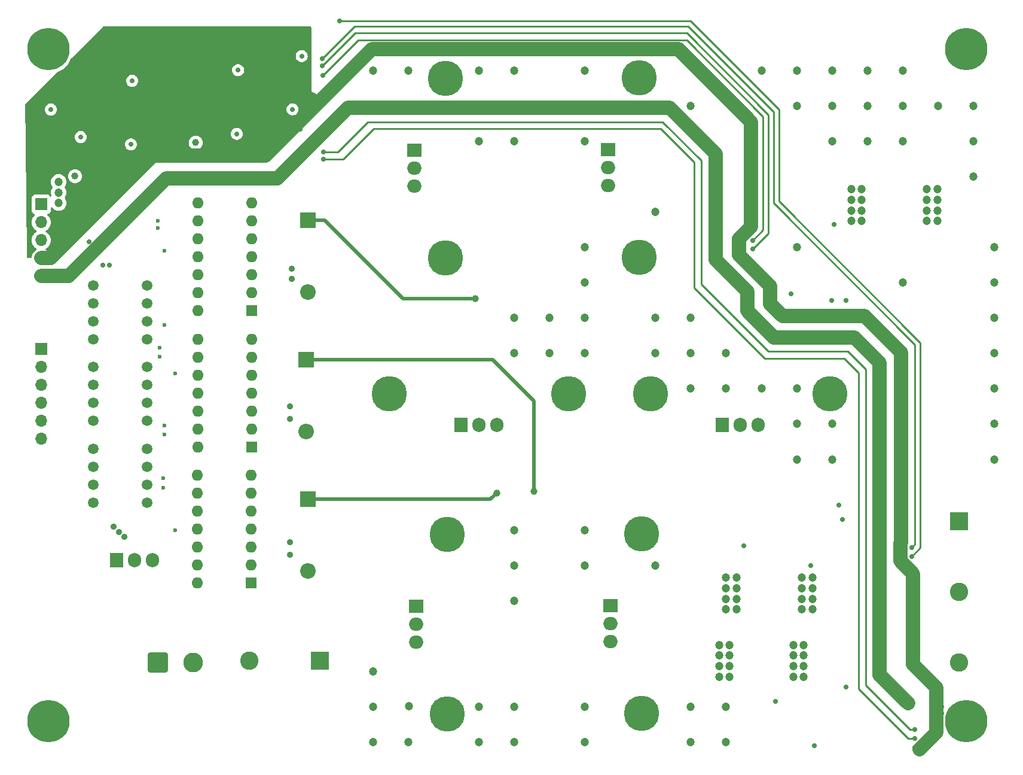
<source format=gbr>
%TF.GenerationSoftware,KiCad,Pcbnew,8.0.8*%
%TF.CreationDate,2025-03-02T15:20:04-08:00*%
%TF.ProjectId,motor_driver,6d6f746f-725f-4647-9269-7665722e6b69,rev?*%
%TF.SameCoordinates,Original*%
%TF.FileFunction,Copper,L4,Bot*%
%TF.FilePolarity,Positive*%
%FSLAX46Y46*%
G04 Gerber Fmt 4.6, Leading zero omitted, Abs format (unit mm)*
G04 Created by KiCad (PCBNEW 8.0.8) date 2025-03-02 15:20:04*
%MOMM*%
%LPD*%
G01*
G04 APERTURE LIST*
G04 Aperture macros list*
%AMRoundRect*
0 Rectangle with rounded corners*
0 $1 Rounding radius*
0 $2 $3 $4 $5 $6 $7 $8 $9 X,Y pos of 4 corners*
0 Add a 4 corners polygon primitive as box body*
4,1,4,$2,$3,$4,$5,$6,$7,$8,$9,$2,$3,0*
0 Add four circle primitives for the rounded corners*
1,1,$1+$1,$2,$3*
1,1,$1+$1,$4,$5*
1,1,$1+$1,$6,$7*
1,1,$1+$1,$8,$9*
0 Add four rect primitives between the rounded corners*
20,1,$1+$1,$2,$3,$4,$5,0*
20,1,$1+$1,$4,$5,$6,$7,0*
20,1,$1+$1,$6,$7,$8,$9,0*
20,1,$1+$1,$8,$9,$2,$3,0*%
G04 Aperture macros list end*
%TA.AperFunction,ComponentPad*%
%ADD10C,5.000000*%
%TD*%
%TA.AperFunction,ComponentPad*%
%ADD11R,2.000000X1.905000*%
%TD*%
%TA.AperFunction,ComponentPad*%
%ADD12O,2.000000X1.905000*%
%TD*%
%TA.AperFunction,ComponentPad*%
%ADD13R,1.600000X1.600000*%
%TD*%
%TA.AperFunction,ComponentPad*%
%ADD14O,1.600000X1.600000*%
%TD*%
%TA.AperFunction,ComponentPad*%
%ADD15R,1.700000X1.700000*%
%TD*%
%TA.AperFunction,ComponentPad*%
%ADD16O,1.700000X1.700000*%
%TD*%
%TA.AperFunction,ComponentPad*%
%ADD17R,2.600000X2.600000*%
%TD*%
%TA.AperFunction,ComponentPad*%
%ADD18C,2.600000*%
%TD*%
%TA.AperFunction,ComponentPad*%
%ADD19R,2.200000X2.200000*%
%TD*%
%TA.AperFunction,ComponentPad*%
%ADD20O,2.200000X2.200000*%
%TD*%
%TA.AperFunction,ComponentPad*%
%ADD21C,1.500000*%
%TD*%
%TA.AperFunction,ComponentPad*%
%ADD22R,1.905000X2.000000*%
%TD*%
%TA.AperFunction,ComponentPad*%
%ADD23O,1.905000X2.000000*%
%TD*%
%TA.AperFunction,ComponentPad*%
%ADD24RoundRect,0.250001X-1.149999X-1.149999X1.149999X-1.149999X1.149999X1.149999X-1.149999X1.149999X0*%
%TD*%
%TA.AperFunction,ComponentPad*%
%ADD25C,2.800000*%
%TD*%
%TA.AperFunction,ViaPad*%
%ADD26C,6.000000*%
%TD*%
%TA.AperFunction,ViaPad*%
%ADD27C,1.200000*%
%TD*%
%TA.AperFunction,ViaPad*%
%ADD28C,0.900000*%
%TD*%
%TA.AperFunction,ViaPad*%
%ADD29C,0.600000*%
%TD*%
%TA.AperFunction,ViaPad*%
%ADD30C,1.000000*%
%TD*%
%TA.AperFunction,ViaPad*%
%ADD31C,0.700000*%
%TD*%
%TA.AperFunction,Conductor*%
%ADD32C,0.500000*%
%TD*%
%TA.AperFunction,Conductor*%
%ADD33C,2.000000*%
%TD*%
%TA.AperFunction,Conductor*%
%ADD34C,0.250000*%
%TD*%
G04 APERTURE END LIST*
D10*
%TO.P,Q5,*%
%TO.N,*%
X135500000Y-115582500D03*
X135500000Y-140982500D03*
D11*
%TO.P,Q5,1,G*%
%TO.N,Net-(Q5-G)*%
X131100000Y-125742500D03*
D12*
%TO.P,Q5,2,D*%
%TO.N,+100V*%
X131100000Y-128282500D03*
%TO.P,Q5,3,S*%
%TO.N,Net-(Q5-S)*%
X131100000Y-130822500D03*
%TD*%
D13*
%TO.P,U18,1,LO*%
%TO.N,Net-(U18-LO)*%
X107750000Y-122500000D03*
D14*
%TO.P,U18,2,COM*%
%TO.N,GND*%
X107750000Y-119960000D03*
%TO.P,U18,3,VCC*%
%TO.N,+15V*%
X107750000Y-117420000D03*
%TO.P,U18,4,NC*%
%TO.N,unconnected-(U18-NC-Pad4)*%
X107750000Y-114880000D03*
%TO.P,U18,5,VS*%
%TO.N,Net-(Q5-S)*%
X107750000Y-112340000D03*
%TO.P,U18,6,VB*%
%TO.N,Net-(D3-K)*%
X107750000Y-109800000D03*
%TO.P,U18,7,HO*%
%TO.N,Net-(U18-HO)*%
X107750000Y-107260000D03*
%TO.P,U18,8,NC*%
%TO.N,unconnected-(U18-NC-Pad8)*%
X100130000Y-107260000D03*
%TO.P,U18,9,VDD*%
%TO.N,+5V*%
X100130000Y-109800000D03*
%TO.P,U18,10,HIN*%
%TO.N,Net-(U18-HIN)*%
X100130000Y-112340000D03*
%TO.P,U18,11,SD*%
%TO.N,GND*%
X100130000Y-114880000D03*
%TO.P,U18,12,LIN*%
%TO.N,Net-(U18-LIN)*%
X100130000Y-117420000D03*
%TO.P,U18,13,VSS*%
%TO.N,GND*%
X100130000Y-119960000D03*
%TO.P,U18,14,NC*%
%TO.N,unconnected-(U18-NC-Pad14)*%
X100130000Y-122500000D03*
%TD*%
D15*
%TO.P,J4,1,Pin_1*%
%TO.N,/HI_A*%
X78000000Y-89340000D03*
D16*
%TO.P,J4,2,Pin_2*%
%TO.N,/LO_A*%
X78000000Y-91880000D03*
%TO.P,J4,3,Pin_3*%
%TO.N,/HI_B*%
X78000000Y-94420000D03*
%TO.P,J4,4,Pin_4*%
%TO.N,/LO_B*%
X78000000Y-96960000D03*
%TO.P,J4,5,Pin_5*%
%TO.N,/HI_C*%
X78000000Y-99500000D03*
%TO.P,J4,6,Pin_6*%
%TO.N,/LO_C*%
X78000000Y-102040000D03*
%TD*%
D17*
%TO.P,J1,1,Pin_1*%
%TO.N,+100V*%
X117500000Y-133500000D03*
D18*
%TO.P,J1,2,Pin_2*%
%TO.N,GND*%
X107500000Y-133500000D03*
%TD*%
D19*
%TO.P,D1,1,K*%
%TO.N,Net-(D1-K)*%
X115750000Y-71170000D03*
D20*
%TO.P,D1,2,A*%
%TO.N,+15V*%
X115750000Y-81330000D03*
%TD*%
D21*
%TO.P,U15,1,AN*%
%TO.N,Net-(R42-Pad2)*%
X85380000Y-103500000D03*
%TO.P,U15,2,CA*%
%TO.N,MCU_GND*%
X85380000Y-106040000D03*
%TO.P,U15,3,CA*%
X85380000Y-108580000D03*
%TO.P,U15,4,AN*%
%TO.N,Net-(R45-Pad2)*%
X85380000Y-111120000D03*
%TO.P,U15,5,EM*%
%TO.N,GND*%
X93000000Y-111120000D03*
%TO.P,U15,6,COL*%
%TO.N,Net-(U18-LIN)*%
X93000000Y-108580000D03*
%TO.P,U15,7,COL*%
%TO.N,Net-(U18-HIN)*%
X93000000Y-106040000D03*
%TO.P,U15,8,EM*%
%TO.N,GND*%
X93000000Y-103500000D03*
%TD*%
D22*
%TO.P,U1,1,IN*%
%TO.N,+15V*%
X88670000Y-119250000D03*
D23*
%TO.P,U1,2,GND*%
%TO.N,GND*%
X91210000Y-119250000D03*
%TO.P,U1,3,OUT*%
%TO.N,+5V*%
X93750000Y-119250000D03*
%TD*%
D10*
%TO.P,Q4,*%
%TO.N,*%
X164332500Y-95750000D03*
X189732500Y-95750000D03*
D22*
%TO.P,Q4,1,G*%
%TO.N,Net-(Q4-G)*%
X174492500Y-100150000D03*
D23*
%TO.P,Q4,2,D*%
%TO.N,Net-(Q3-S)*%
X177032500Y-100150000D03*
%TO.P,Q4,3,S*%
%TO.N,GND*%
X179572500Y-100150000D03*
%TD*%
D19*
%TO.P,D2,1,K*%
%TO.N,Net-(D2-K)*%
X115500000Y-90920000D03*
D20*
%TO.P,D2,2,A*%
%TO.N,+15V*%
X115500000Y-101080000D03*
%TD*%
D13*
%TO.P,U5,1,LO*%
%TO.N,Net-(U5-LO)*%
X107800000Y-84000000D03*
D14*
%TO.P,U5,2,COM*%
%TO.N,GND*%
X107800000Y-81460000D03*
%TO.P,U5,3,VCC*%
%TO.N,+15V*%
X107800000Y-78920000D03*
%TO.P,U5,4,NC*%
%TO.N,unconnected-(U5-NC-Pad4)*%
X107800000Y-76380000D03*
%TO.P,U5,5,VS*%
%TO.N,Net-(Q1-S)*%
X107800000Y-73840000D03*
%TO.P,U5,6,VB*%
%TO.N,Net-(D1-K)*%
X107800000Y-71300000D03*
%TO.P,U5,7,HO*%
%TO.N,Net-(U5-HO)*%
X107800000Y-68760000D03*
%TO.P,U5,8,NC*%
%TO.N,unconnected-(U5-NC-Pad8)*%
X100180000Y-68760000D03*
%TO.P,U5,9,VDD*%
%TO.N,+5V*%
X100180000Y-71300000D03*
%TO.P,U5,10,HIN*%
%TO.N,Net-(U5-HIN)*%
X100180000Y-73840000D03*
%TO.P,U5,11,SD*%
%TO.N,GND*%
X100180000Y-76380000D03*
%TO.P,U5,12,LIN*%
%TO.N,Net-(U5-LIN)*%
X100180000Y-78920000D03*
%TO.P,U5,13,VSS*%
%TO.N,GND*%
X100180000Y-81460000D03*
%TO.P,U5,14,NC*%
%TO.N,unconnected-(U5-NC-Pad14)*%
X100180000Y-84000000D03*
%TD*%
D10*
%TO.P,Q2,*%
%TO.N,*%
X162650000Y-50992500D03*
X162650000Y-76392500D03*
D11*
%TO.P,Q2,1,G*%
%TO.N,Net-(Q2-G)*%
X158250000Y-61152500D03*
D12*
%TO.P,Q2,2,D*%
%TO.N,Net-(Q1-S)*%
X158250000Y-63692500D03*
%TO.P,Q2,3,S*%
%TO.N,GND*%
X158250000Y-66232500D03*
%TD*%
D10*
%TO.P,Q6,*%
%TO.N,*%
X163000000Y-115500000D03*
X163000000Y-140900000D03*
D11*
%TO.P,Q6,1,G*%
%TO.N,Net-(Q6-G)*%
X158600000Y-125660000D03*
D12*
%TO.P,Q6,2,D*%
%TO.N,Net-(Q5-S)*%
X158600000Y-128200000D03*
%TO.P,Q6,3,S*%
%TO.N,GND*%
X158600000Y-130740000D03*
%TD*%
D19*
%TO.P,D3,1,K*%
%TO.N,Net-(D3-K)*%
X115750000Y-110670000D03*
D20*
%TO.P,D3,2,A*%
%TO.N,+15V*%
X115750000Y-120830000D03*
%TD*%
D13*
%TO.P,U11,1,LO*%
%TO.N,Net-(U11-LO)*%
X107800000Y-103250000D03*
D14*
%TO.P,U11,2,COM*%
%TO.N,GND*%
X107800000Y-100710000D03*
%TO.P,U11,3,VCC*%
%TO.N,+15V*%
X107800000Y-98170000D03*
%TO.P,U11,4,NC*%
%TO.N,unconnected-(U11-NC-Pad4)*%
X107800000Y-95630000D03*
%TO.P,U11,5,VS*%
%TO.N,Net-(Q3-S)*%
X107800000Y-93090000D03*
%TO.P,U11,6,VB*%
%TO.N,Net-(D2-K)*%
X107800000Y-90550000D03*
%TO.P,U11,7,HO*%
%TO.N,Net-(U11-HO)*%
X107800000Y-88010000D03*
%TO.P,U11,8,NC*%
%TO.N,unconnected-(U11-NC-Pad8)*%
X100180000Y-88010000D03*
%TO.P,U11,9,VDD*%
%TO.N,+5V*%
X100180000Y-90550000D03*
%TO.P,U11,10,HIN*%
%TO.N,Net-(U11-HIN)*%
X100180000Y-93090000D03*
%TO.P,U11,11,SD*%
%TO.N,GND*%
X100180000Y-95630000D03*
%TO.P,U11,12,LIN*%
%TO.N,Net-(U11-LIN)*%
X100180000Y-98170000D03*
%TO.P,U11,13,VSS*%
%TO.N,GND*%
X100180000Y-100710000D03*
%TO.P,U11,14,NC*%
%TO.N,unconnected-(U11-NC-Pad14)*%
X100180000Y-103250000D03*
%TD*%
D10*
%TO.P,Q1,*%
%TO.N,*%
X135250000Y-51082500D03*
X135250000Y-76482500D03*
D11*
%TO.P,Q1,1,G*%
%TO.N,Net-(Q1-G)*%
X130850000Y-61242500D03*
D12*
%TO.P,Q1,2,D*%
%TO.N,+100V*%
X130850000Y-63782500D03*
%TO.P,Q1,3,S*%
%TO.N,Net-(Q1-S)*%
X130850000Y-66322500D03*
%TD*%
D24*
%TO.P,J2,1,Pin_1*%
%TO.N,+15V*%
X94500000Y-133750000D03*
D25*
%TO.P,J2,2,Pin_2*%
%TO.N,GND*%
X99500000Y-133750000D03*
%TD*%
D21*
%TO.P,U4,1,AN*%
%TO.N,Net-(R10-Pad2)*%
X85380000Y-80420000D03*
%TO.P,U4,2,CA*%
%TO.N,MCU_GND*%
X85380000Y-82960000D03*
%TO.P,U4,3,CA*%
X85380000Y-85500000D03*
%TO.P,U4,4,AN*%
%TO.N,Net-(R13-Pad2)*%
X85380000Y-88040000D03*
%TO.P,U4,5,EM*%
%TO.N,GND*%
X93000000Y-88040000D03*
%TO.P,U4,6,COL*%
%TO.N,Net-(U5-LIN)*%
X93000000Y-85500000D03*
%TO.P,U4,7,COL*%
%TO.N,Net-(U5-HIN)*%
X93000000Y-82960000D03*
%TO.P,U4,8,EM*%
%TO.N,GND*%
X93000000Y-80420000D03*
%TD*%
D10*
%TO.P,Q3,*%
%TO.N,*%
X127332500Y-95750000D03*
X152732500Y-95750000D03*
D22*
%TO.P,Q3,1,G*%
%TO.N,Net-(Q3-G)*%
X137492500Y-100150000D03*
D23*
%TO.P,Q3,2,D*%
%TO.N,+100V*%
X140032500Y-100150000D03*
%TO.P,Q3,3,S*%
%TO.N,Net-(Q3-S)*%
X142572500Y-100150000D03*
%TD*%
D21*
%TO.P,U9,1,AN*%
%TO.N,Net-(R26-Pad2)*%
X85380000Y-91880000D03*
%TO.P,U9,2,CA*%
%TO.N,MCU_GND*%
X85380000Y-94420000D03*
%TO.P,U9,3,CA*%
X85380000Y-96960000D03*
%TO.P,U9,4,AN*%
%TO.N,Net-(R29-Pad2)*%
X85380000Y-99500000D03*
%TO.P,U9,5,EM*%
%TO.N,GND*%
X93000000Y-99500000D03*
%TO.P,U9,6,COL*%
%TO.N,Net-(U11-LIN)*%
X93000000Y-96960000D03*
%TO.P,U9,7,COL*%
%TO.N,Net-(U11-HIN)*%
X93000000Y-94420000D03*
%TO.P,U9,8,EM*%
%TO.N,GND*%
X93000000Y-91880000D03*
%TD*%
D15*
%TO.P,J5,1,Pin_1*%
%TO.N,/I_A*%
X78000000Y-68920000D03*
D16*
%TO.P,J5,2,Pin_2*%
%TO.N,/I_B*%
X78000000Y-71460000D03*
%TO.P,J5,3,Pin_3*%
%TO.N,/I_C*%
X78000000Y-74000000D03*
%TO.P,J5,4,Pin_4*%
%TO.N,MCU_GND*%
X78000000Y-76540000D03*
%TO.P,J5,5,Pin_5*%
%TO.N,+3.3V*%
X78000000Y-79080000D03*
%TD*%
D17*
%TO.P,J3,1,Pin_1*%
%TO.N,/PHASE_A*%
X208000000Y-113750000D03*
D18*
%TO.P,J3,2,Pin_2*%
%TO.N,/PHASE_B*%
X208000000Y-123750000D03*
%TO.P,J3,3,Pin_3*%
%TO.N,/PHASE_C*%
X208000000Y-133750000D03*
%TD*%
D26*
%TO.N,*%
X79000000Y-142000000D03*
X209000000Y-142000000D03*
X209000000Y-47000000D03*
X79000000Y-47000000D03*
D27*
%TO.N,GND*%
X130000000Y-50000000D03*
X125000000Y-140000000D03*
X140000000Y-145000000D03*
X140000000Y-140000000D03*
X180000000Y-95000000D03*
X155000000Y-90000000D03*
X165000000Y-70000000D03*
X125000000Y-50000000D03*
X185000000Y-55000000D03*
X190000000Y-50000000D03*
X190000000Y-55000000D03*
X125000000Y-145000000D03*
X185000000Y-100000000D03*
X165000000Y-90000000D03*
X213000000Y-80000000D03*
X145000000Y-125000000D03*
X155000000Y-140000000D03*
X200000000Y-55000000D03*
X180000000Y-50000000D03*
X210000000Y-60000000D03*
X155000000Y-85000000D03*
X170000000Y-55000000D03*
X213000000Y-105000000D03*
X145000000Y-85000000D03*
D28*
X113500000Y-79500000D03*
D27*
X130055773Y-139944226D03*
D28*
X89000000Y-115250000D03*
D27*
X175000000Y-145000000D03*
X200000000Y-50000000D03*
X150000000Y-90000000D03*
X144947392Y-145000000D03*
X213000000Y-100000000D03*
X205000000Y-55000000D03*
X175000000Y-140000000D03*
X185000000Y-95000000D03*
X170000000Y-90000000D03*
X145000000Y-50000000D03*
X140000000Y-50000000D03*
X170000000Y-140000000D03*
X195000000Y-50000000D03*
X210000000Y-55000000D03*
X170000000Y-145000000D03*
X213000000Y-85000000D03*
X155000000Y-145000000D03*
X190000000Y-105000000D03*
X170000000Y-85000000D03*
X165000000Y-120000000D03*
X195000000Y-60000000D03*
D29*
X94500000Y-72250000D03*
D27*
X190000000Y-60000000D03*
X190000000Y-100000000D03*
D28*
X88250000Y-114500000D03*
D27*
X125000000Y-135000000D03*
X145000000Y-60000000D03*
D28*
X113250000Y-116750000D03*
X113250000Y-99250000D03*
X113250000Y-97500000D03*
D27*
X175000000Y-95000000D03*
D29*
X94750000Y-89250000D03*
D27*
X155000000Y-50000000D03*
D29*
X95250000Y-107675000D03*
X94500000Y-71250000D03*
D27*
X200000000Y-80000000D03*
D28*
X89750000Y-116000000D03*
D27*
X145000000Y-115000000D03*
X155000000Y-80000000D03*
D29*
X95300000Y-109000000D03*
D27*
X144996834Y-89983519D03*
X140000000Y-60000000D03*
X213000000Y-95000000D03*
X210000000Y-65000000D03*
X130000000Y-145000000D03*
X155000000Y-60000000D03*
X213000000Y-75000000D03*
X213000000Y-90000000D03*
X185000000Y-50000000D03*
X155000000Y-115000000D03*
X185000000Y-105000000D03*
X165000000Y-85000000D03*
D28*
X113250000Y-118500000D03*
D27*
X185000000Y-75000000D03*
X195000000Y-55000000D03*
D28*
X113500000Y-78000000D03*
D27*
X155000000Y-120000000D03*
X145000000Y-140000000D03*
X145000000Y-120000000D03*
X170000000Y-95000000D03*
X200000000Y-60000000D03*
X175000000Y-90000000D03*
X150000000Y-85000000D03*
X155000000Y-75000000D03*
D29*
X94750000Y-90500000D03*
%TO.N,+5V*%
X95500000Y-86000000D03*
X97000000Y-115000000D03*
X95500000Y-75500000D03*
X95500000Y-101500000D03*
X95500000Y-100250000D03*
X96970729Y-92834129D03*
D30*
%TO.N,Net-(D1-K)*%
X139500000Y-82250000D03*
D31*
%TO.N,MCU_GND*%
X86700000Y-49150000D03*
X201742088Y-145745089D03*
X109950000Y-56450000D03*
X87087500Y-61712500D03*
X84687500Y-55612500D03*
X110150000Y-47450000D03*
X176125000Y-75375000D03*
X86700000Y-77500000D03*
X205500000Y-140000000D03*
X200250000Y-110000000D03*
X85300000Y-67700000D03*
X114900000Y-50200000D03*
X96400000Y-48400000D03*
X101012500Y-47862500D03*
X86950000Y-58200000D03*
X86950000Y-57200000D03*
X87700000Y-77500000D03*
X201250000Y-120000000D03*
X114700000Y-58300000D03*
X100700000Y-48962500D03*
X80887500Y-58512500D03*
X100812500Y-56862500D03*
X96300000Y-57200000D03*
X178750000Y-72750000D03*
X100500000Y-57962500D03*
X86700000Y-48350000D03*
X86587500Y-62812500D03*
X205500000Y-140950000D03*
X176800000Y-76050000D03*
X199250000Y-110000000D03*
%TO.N,+3.3V*%
X83587500Y-59412500D03*
X114900000Y-47950000D03*
X105900000Y-49950000D03*
X90700000Y-60450000D03*
X113600000Y-55500000D03*
X105700000Y-58950000D03*
X79387500Y-55512500D03*
D27*
X80500000Y-67250000D03*
D31*
X84750000Y-74250000D03*
X197250000Y-113500000D03*
X178000000Y-81250000D03*
D27*
X80500000Y-68750000D03*
X80500000Y-65750000D03*
D31*
X200750000Y-139500000D03*
X90900000Y-51450000D03*
D27*
%TO.N,Net-(Q1-S)*%
X192700000Y-69800000D03*
X194200000Y-68300000D03*
X194200000Y-69800000D03*
X192700000Y-71300000D03*
X194200000Y-71300000D03*
X192700000Y-68300000D03*
D31*
X190250000Y-71750000D03*
X189950000Y-82550000D03*
D27*
X194200000Y-66800000D03*
X192700000Y-66800000D03*
D31*
X184200000Y-81550000D03*
X191950000Y-82550000D03*
D30*
%TO.N,Net-(D3-K)*%
X142500000Y-109750000D03*
D27*
%TO.N,Net-(Q3-S)*%
X175000000Y-124750000D03*
X176500000Y-124750000D03*
X176500000Y-121750000D03*
X175000000Y-123250000D03*
X175000000Y-126250000D03*
D31*
X191500000Y-113500000D03*
D27*
X176500000Y-126250000D03*
D31*
X177500000Y-117250000D03*
D27*
X176500000Y-123250000D03*
D31*
X187000000Y-120000000D03*
X191000000Y-111500000D03*
D27*
X175000000Y-121750000D03*
%TO.N,Net-(Q5-S)*%
X174000000Y-132750000D03*
X174000000Y-135750000D03*
D31*
X187500000Y-145500000D03*
D27*
X175500000Y-131250000D03*
X175500000Y-132750000D03*
D31*
X192000000Y-137250000D03*
D27*
X175500000Y-134250000D03*
X174000000Y-134250000D03*
X174000000Y-131250000D03*
X175500000Y-135750000D03*
D31*
X182000000Y-139250000D03*
D30*
%TO.N,Net-(D2-K)*%
X147750000Y-109500000D03*
D27*
%TO.N,/PHASE_C*%
X184500000Y-131250000D03*
X184500000Y-132750000D03*
X184500000Y-135750000D03*
X186000000Y-131250000D03*
X186000000Y-135750000D03*
X186000000Y-134250000D03*
X186000000Y-132750000D03*
X184500000Y-134250000D03*
%TO.N,/PHASE_A*%
X203450000Y-66800000D03*
X203450000Y-69800000D03*
X204950000Y-69800000D03*
X203450000Y-68300000D03*
X204950000Y-71300000D03*
X204950000Y-66800000D03*
X203450000Y-71300000D03*
X204950000Y-68300000D03*
%TO.N,/PHASE_B*%
X185750000Y-126250000D03*
X185750000Y-123250000D03*
X187250000Y-126250000D03*
X187250000Y-124750000D03*
X185750000Y-121750000D03*
X185750000Y-124750000D03*
X187250000Y-121750000D03*
X187250000Y-123250000D03*
D31*
%TO.N,Net-(U7-OUTP)*%
X117800000Y-48300000D03*
X201250000Y-117500000D03*
%TO.N,Net-(U7-OUTN)*%
X201250000Y-118750000D03*
X120250000Y-43000000D03*
%TO.N,Net-(U13-OUTP)*%
X118000000Y-61500000D03*
X201750000Y-143250000D03*
%TO.N,Net-(U13-OUTN)*%
X201750000Y-144500000D03*
D30*
X82800000Y-64950000D03*
D31*
X118000000Y-62500000D03*
%TO.N,Net-(U2-OUTP)*%
X117850000Y-49350000D03*
D30*
X99900000Y-60200000D03*
D31*
X178750000Y-75250000D03*
%TO.N,Net-(U2-OUTN)*%
X117887500Y-50662500D03*
X178748113Y-74013011D03*
%TD*%
D32*
%TO.N,Net-(D1-K)*%
X139500000Y-82250000D02*
X129250000Y-82250000D01*
X118170000Y-71170000D02*
X115750000Y-71170000D01*
X129250000Y-82250000D02*
X118170000Y-71170000D01*
D33*
%TO.N,MCU_GND*%
X168250000Y-47000000D02*
X178500000Y-57250000D01*
X178500000Y-72069092D02*
X176800000Y-73769092D01*
X176800000Y-73769092D02*
X176800000Y-76050000D01*
X176800000Y-76050000D02*
X181250000Y-80500000D01*
X204800000Y-143642032D02*
X202392032Y-146050000D01*
X109800000Y-62000000D02*
X124800000Y-47000000D01*
X199700000Y-116857968D02*
X199700000Y-119392032D01*
X201500000Y-121192032D02*
X201500000Y-134000000D01*
X78000000Y-76540000D02*
X79348730Y-76540000D01*
X199750000Y-116807968D02*
X199700000Y-116857968D01*
X199700000Y-119392032D02*
X201500000Y-121192032D01*
X178500000Y-57250000D02*
X178500000Y-72069092D01*
X204800000Y-137300000D02*
X204800000Y-143642032D01*
X93888730Y-62000000D02*
X109800000Y-62000000D01*
X181250000Y-80500000D02*
X181250000Y-83000000D01*
X201500000Y-134000000D02*
X204800000Y-137300000D01*
X124800000Y-47000000D02*
X168250000Y-47000000D01*
X79348730Y-76540000D02*
X93888730Y-62000000D01*
X183000000Y-84750000D02*
X194625000Y-84750000D01*
X199750000Y-89875000D02*
X199750000Y-116807968D01*
X181250000Y-83000000D02*
X183000000Y-84750000D01*
X194625000Y-84750000D02*
X199750000Y-89875000D01*
%TO.N,+3.3V*%
X193138730Y-87750000D02*
X196750000Y-91361270D01*
X167000000Y-55250000D02*
X121450000Y-55250000D01*
X121450000Y-55250000D02*
X111450000Y-65250000D01*
X81920000Y-79080000D02*
X78000000Y-79080000D01*
X196750000Y-135500000D02*
X200750000Y-139500000D01*
X111450000Y-65250000D02*
X95750000Y-65250000D01*
X178000000Y-84000000D02*
X181750000Y-87750000D01*
X178000000Y-81250000D02*
X173500000Y-76750000D01*
X196750000Y-113000000D02*
X196750000Y-135500000D01*
X181750000Y-87750000D02*
X193138730Y-87750000D01*
X196750000Y-91361270D02*
X196750000Y-113000000D01*
X173500000Y-76750000D02*
X173500000Y-61750000D01*
X173500000Y-61750000D02*
X167000000Y-55250000D01*
X178000000Y-81250000D02*
X178000000Y-84000000D01*
X95750000Y-65250000D02*
X81920000Y-79080000D01*
D32*
%TO.N,Net-(D3-K)*%
X115750000Y-110670000D02*
X141580000Y-110670000D01*
X141580000Y-110670000D02*
X142500000Y-109750000D01*
%TO.N,Net-(D2-K)*%
X141962803Y-90920000D02*
X147750000Y-96707197D01*
X115500000Y-90920000D02*
X141962803Y-90920000D01*
X147750000Y-96707197D02*
X147750000Y-109500000D01*
D34*
%TO.N,Net-(U7-OUTP)*%
X122350000Y-43750000D02*
X169625000Y-43750000D01*
X117800000Y-48300000D02*
X122350000Y-43750000D01*
X169625000Y-43750000D02*
X181750000Y-55875000D01*
X201750000Y-88750000D02*
X201750000Y-117000000D01*
X201750000Y-117000000D02*
X201250000Y-117500000D01*
X181750000Y-55875000D02*
X181750000Y-68750000D01*
X181750000Y-68750000D02*
X201750000Y-88750000D01*
%TO.N,Net-(U7-OUTN)*%
X182500000Y-55500000D02*
X182500000Y-68500000D01*
X170000000Y-43000000D02*
X182500000Y-55500000D01*
X182500000Y-68500000D02*
X202500000Y-88500000D01*
X202500000Y-88500000D02*
X202500000Y-117500000D01*
X120250000Y-43000000D02*
X170000000Y-43000000D01*
X202500000Y-117500000D02*
X201250000Y-118750000D01*
%TO.N,Net-(U13-OUTP)*%
X194750000Y-92250000D02*
X194750000Y-137000000D01*
X201000000Y-143250000D02*
X201750000Y-143250000D01*
X181000000Y-89750000D02*
X192250000Y-89750000D01*
X192250000Y-89750000D02*
X194750000Y-92250000D01*
X166000000Y-57250000D02*
X171500000Y-62750000D01*
X171500000Y-62750000D02*
X171500000Y-80250000D01*
X124250000Y-57250000D02*
X166000000Y-57250000D01*
X194750000Y-137000000D02*
X201000000Y-143250000D01*
X171500000Y-80250000D02*
X181000000Y-89750000D01*
X118000000Y-61500000D02*
X120000000Y-61500000D01*
X120000000Y-61500000D02*
X124250000Y-57250000D01*
%TO.N,Net-(U13-OUTN)*%
X200750000Y-144500000D02*
X201750000Y-144500000D01*
X170500000Y-80750000D02*
X180500000Y-90750000D01*
X125050000Y-58250000D02*
X165750000Y-58250000D01*
X193750000Y-92750000D02*
X193750000Y-137500000D01*
X191750000Y-90750000D02*
X193750000Y-92750000D01*
X120800000Y-62500000D02*
X125050000Y-58250000D01*
X180500000Y-90750000D02*
X191750000Y-90750000D01*
X165750000Y-58250000D02*
X170500000Y-63000000D01*
X118000000Y-62500000D02*
X120800000Y-62500000D01*
X193750000Y-137500000D02*
X200750000Y-144500000D01*
X170500000Y-63000000D02*
X170500000Y-80750000D01*
%TO.N,Net-(U2-OUTP)*%
X169450000Y-44700000D02*
X181000000Y-56250000D01*
X117850000Y-49350000D02*
X122500000Y-44700000D01*
X122500000Y-44700000D02*
X169450000Y-44700000D01*
X181000000Y-56250000D02*
X181000000Y-73000000D01*
X181000000Y-73000000D02*
X178750000Y-75250000D01*
%TO.N,Net-(U2-OUTN)*%
X180250000Y-56500000D02*
X180250000Y-72511124D01*
X122875000Y-45675000D02*
X169425000Y-45675000D01*
X169425000Y-45675000D02*
X180250000Y-56500000D01*
X180250000Y-72511124D02*
X178748113Y-74013011D01*
X117887500Y-50662500D02*
X122875000Y-45675000D01*
%TD*%
%TA.AperFunction,Conductor*%
%TO.N,MCU_GND*%
G36*
X116193039Y-43769685D02*
G01*
X116238794Y-43822489D01*
X116250000Y-43874000D01*
X116250000Y-53000000D01*
X116250001Y-53000001D01*
X117598590Y-53674295D01*
X117649749Y-53721882D01*
X117667059Y-53789574D01*
X117645024Y-53855878D01*
X117632156Y-53871526D01*
X109786536Y-61962322D01*
X109725735Y-61996746D01*
X109697516Y-62000000D01*
X93999999Y-62000000D01*
X79551624Y-76448375D01*
X79490301Y-76481860D01*
X79420609Y-76476876D01*
X79364676Y-76435004D01*
X79340415Y-76371501D01*
X79334568Y-76304680D01*
X79334568Y-76304676D01*
X79273433Y-76076516D01*
X79273429Y-76076507D01*
X79173600Y-75862422D01*
X79173599Y-75862420D01*
X79038113Y-75668926D01*
X79038108Y-75668920D01*
X78871078Y-75501890D01*
X78685405Y-75371879D01*
X78641780Y-75317302D01*
X78634588Y-75247804D01*
X78666110Y-75185449D01*
X78685406Y-75168730D01*
X78707498Y-75153261D01*
X78871401Y-75038495D01*
X79038495Y-74871401D01*
X79174035Y-74677830D01*
X79273903Y-74463663D01*
X79335063Y-74235408D01*
X79355659Y-74000000D01*
X79335063Y-73764592D01*
X79273903Y-73536337D01*
X79174035Y-73322171D01*
X79038495Y-73128599D01*
X79038494Y-73128597D01*
X78871402Y-72961506D01*
X78871396Y-72961501D01*
X78685842Y-72831575D01*
X78642217Y-72776998D01*
X78635023Y-72707500D01*
X78666546Y-72645145D01*
X78685842Y-72628425D01*
X78851641Y-72512331D01*
X78871401Y-72498495D01*
X79038495Y-72331401D01*
X79174035Y-72137830D01*
X79273903Y-71923663D01*
X79335063Y-71695408D01*
X79355659Y-71460000D01*
X79335063Y-71224592D01*
X79273903Y-70996337D01*
X79174035Y-70782171D01*
X79038495Y-70588599D01*
X78916567Y-70466671D01*
X78883084Y-70405351D01*
X78888068Y-70335659D01*
X78929939Y-70279725D01*
X78960915Y-70262810D01*
X79092331Y-70213796D01*
X79207546Y-70127546D01*
X79293796Y-70012331D01*
X79344091Y-69877483D01*
X79350500Y-69817873D01*
X79350499Y-69423927D01*
X79370183Y-69356891D01*
X79422987Y-69311136D01*
X79492146Y-69301192D01*
X79555701Y-69330217D01*
X79573453Y-69349203D01*
X79683237Y-69494581D01*
X79833958Y-69631980D01*
X79833960Y-69631982D01*
X79933141Y-69693392D01*
X80007363Y-69739348D01*
X80197544Y-69813024D01*
X80398024Y-69850500D01*
X80398026Y-69850500D01*
X80601974Y-69850500D01*
X80601976Y-69850500D01*
X80802456Y-69813024D01*
X80992637Y-69739348D01*
X81166041Y-69631981D01*
X81316764Y-69494579D01*
X81439673Y-69331821D01*
X81530582Y-69149250D01*
X81586397Y-68953083D01*
X81605215Y-68750000D01*
X81586397Y-68546917D01*
X81530582Y-68350750D01*
X81439673Y-68168179D01*
X81369100Y-68074725D01*
X81344409Y-68009366D01*
X81358974Y-67941031D01*
X81369101Y-67925273D01*
X81372433Y-67920861D01*
X81439673Y-67831821D01*
X81530582Y-67649250D01*
X81586397Y-67453083D01*
X81605215Y-67250000D01*
X81586397Y-67046917D01*
X81530582Y-66850750D01*
X81439673Y-66668179D01*
X81369100Y-66574725D01*
X81344409Y-66509366D01*
X81358974Y-66441031D01*
X81369098Y-66425276D01*
X81439673Y-66331821D01*
X81530582Y-66149250D01*
X81586397Y-65953083D01*
X81605215Y-65750000D01*
X81586397Y-65546917D01*
X81530582Y-65350750D01*
X81439673Y-65168179D01*
X81316764Y-65005421D01*
X81316762Y-65005418D01*
X81255971Y-64950000D01*
X81794659Y-64950000D01*
X81813975Y-65146129D01*
X81871188Y-65334733D01*
X81964086Y-65508532D01*
X81964090Y-65508539D01*
X82089116Y-65660883D01*
X82241460Y-65785909D01*
X82241467Y-65785913D01*
X82415266Y-65878811D01*
X82415269Y-65878811D01*
X82415273Y-65878814D01*
X82603868Y-65936024D01*
X82800000Y-65955341D01*
X82996132Y-65936024D01*
X83184727Y-65878814D01*
X83358538Y-65785910D01*
X83510883Y-65660883D01*
X83635910Y-65508538D01*
X83682362Y-65421632D01*
X83728811Y-65334733D01*
X83728811Y-65334732D01*
X83728814Y-65334727D01*
X83786024Y-65146132D01*
X83805341Y-64950000D01*
X83786024Y-64753868D01*
X83728814Y-64565273D01*
X83728811Y-64565269D01*
X83728811Y-64565266D01*
X83635913Y-64391467D01*
X83635909Y-64391460D01*
X83510883Y-64239116D01*
X83358539Y-64114090D01*
X83358532Y-64114086D01*
X83184733Y-64021188D01*
X83184727Y-64021186D01*
X82996132Y-63963976D01*
X82996129Y-63963975D01*
X82800000Y-63944659D01*
X82603870Y-63963975D01*
X82415266Y-64021188D01*
X82241467Y-64114086D01*
X82241460Y-64114090D01*
X82089116Y-64239116D01*
X81964090Y-64391460D01*
X81964086Y-64391467D01*
X81871188Y-64565266D01*
X81813975Y-64753870D01*
X81794659Y-64950000D01*
X81255971Y-64950000D01*
X81166041Y-64868019D01*
X81166039Y-64868017D01*
X80992642Y-64760655D01*
X80992635Y-64760651D01*
X80897546Y-64723814D01*
X80802456Y-64686976D01*
X80601976Y-64649500D01*
X80398024Y-64649500D01*
X80197544Y-64686976D01*
X80197541Y-64686976D01*
X80197541Y-64686977D01*
X80007364Y-64760651D01*
X80007357Y-64760655D01*
X79833960Y-64868017D01*
X79833958Y-64868019D01*
X79683237Y-65005418D01*
X79560327Y-65168178D01*
X79469422Y-65350739D01*
X79469417Y-65350752D01*
X79413602Y-65546917D01*
X79394785Y-65749999D01*
X79394785Y-65750000D01*
X79413602Y-65953082D01*
X79469417Y-66149247D01*
X79469422Y-66149260D01*
X79560328Y-66331824D01*
X79630898Y-66425274D01*
X79655590Y-66490635D01*
X79641025Y-66558970D01*
X79630898Y-66574726D01*
X79560328Y-66668175D01*
X79469422Y-66850739D01*
X79469417Y-66850752D01*
X79413602Y-67046917D01*
X79394785Y-67249999D01*
X79394785Y-67250000D01*
X79413602Y-67453082D01*
X79469417Y-67649247D01*
X79469423Y-67649261D01*
X79473219Y-67656885D01*
X79485479Y-67725671D01*
X79458605Y-67790165D01*
X79401128Y-67829892D01*
X79331298Y-67832238D01*
X79271285Y-67796459D01*
X79262952Y-67786466D01*
X79207547Y-67712455D01*
X79207544Y-67712452D01*
X79092335Y-67626206D01*
X79092328Y-67626202D01*
X78957482Y-67575908D01*
X78957483Y-67575908D01*
X78897883Y-67569501D01*
X78897881Y-67569500D01*
X78897873Y-67569500D01*
X78897864Y-67569500D01*
X77102129Y-67569500D01*
X77102123Y-67569501D01*
X77042516Y-67575908D01*
X76907671Y-67626202D01*
X76907664Y-67626206D01*
X76792455Y-67712452D01*
X76792452Y-67712455D01*
X76706206Y-67827664D01*
X76706202Y-67827671D01*
X76655908Y-67962517D01*
X76649501Y-68022116D01*
X76649500Y-68022135D01*
X76649500Y-69817870D01*
X76649501Y-69817876D01*
X76655908Y-69877483D01*
X76706202Y-70012328D01*
X76706206Y-70012335D01*
X76792452Y-70127544D01*
X76792455Y-70127547D01*
X76907664Y-70213793D01*
X76907671Y-70213797D01*
X77039081Y-70262810D01*
X77095015Y-70304681D01*
X77119432Y-70370145D01*
X77104580Y-70438418D01*
X77083430Y-70466673D01*
X76961503Y-70588600D01*
X76825965Y-70782169D01*
X76825964Y-70782171D01*
X76726098Y-70996335D01*
X76726094Y-70996344D01*
X76664938Y-71224586D01*
X76664936Y-71224596D01*
X76644341Y-71459999D01*
X76644341Y-71460000D01*
X76664936Y-71695403D01*
X76664938Y-71695413D01*
X76726094Y-71923655D01*
X76726096Y-71923659D01*
X76726097Y-71923663D01*
X76794683Y-72070745D01*
X76825965Y-72137830D01*
X76825967Y-72137834D01*
X76961501Y-72331395D01*
X76961506Y-72331402D01*
X77128597Y-72498493D01*
X77128603Y-72498498D01*
X77314158Y-72628425D01*
X77357783Y-72683002D01*
X77364977Y-72752500D01*
X77333454Y-72814855D01*
X77314158Y-72831575D01*
X77128597Y-72961505D01*
X76961505Y-73128597D01*
X76825965Y-73322169D01*
X76825964Y-73322171D01*
X76726098Y-73536335D01*
X76726094Y-73536344D01*
X76664938Y-73764586D01*
X76664936Y-73764596D01*
X76644341Y-73999999D01*
X76644341Y-74000000D01*
X76664936Y-74235403D01*
X76664938Y-74235413D01*
X76726094Y-74463655D01*
X76726096Y-74463659D01*
X76726097Y-74463663D01*
X76788663Y-74597835D01*
X76825965Y-74677830D01*
X76825967Y-74677834D01*
X76961501Y-74871395D01*
X76961506Y-74871402D01*
X77128597Y-75038493D01*
X77128603Y-75038498D01*
X77314594Y-75168730D01*
X77358219Y-75223307D01*
X77365413Y-75292805D01*
X77333890Y-75355160D01*
X77314595Y-75371880D01*
X77128922Y-75501890D01*
X77128920Y-75501891D01*
X76961891Y-75668920D01*
X76961886Y-75668926D01*
X76826400Y-75862420D01*
X76826399Y-75862422D01*
X76726570Y-76076507D01*
X76726566Y-76076516D01*
X76665431Y-76304676D01*
X76665431Y-76304680D01*
X76658246Y-76386807D01*
X76632794Y-76451876D01*
X76576203Y-76492855D01*
X76534718Y-76500000D01*
X76122583Y-76500000D01*
X76055544Y-76480315D01*
X76009789Y-76427511D01*
X75998591Y-76377425D01*
X75995132Y-76076507D01*
X75815516Y-60450000D01*
X89844815Y-60450000D01*
X89863503Y-60627805D01*
X89863504Y-60627807D01*
X89918747Y-60797829D01*
X89918750Y-60797835D01*
X90008141Y-60952665D01*
X90049812Y-60998946D01*
X90127764Y-61085521D01*
X90127767Y-61085523D01*
X90127770Y-61085526D01*
X90272407Y-61190612D01*
X90435733Y-61263329D01*
X90610609Y-61300500D01*
X90610610Y-61300500D01*
X90789389Y-61300500D01*
X90789391Y-61300500D01*
X90964267Y-61263329D01*
X91127593Y-61190612D01*
X91272230Y-61085526D01*
X91391859Y-60952665D01*
X91481250Y-60797835D01*
X91536497Y-60627803D01*
X91555185Y-60450000D01*
X91536497Y-60272197D01*
X91513039Y-60200000D01*
X98894659Y-60200000D01*
X98913975Y-60396129D01*
X98971188Y-60584733D01*
X99064086Y-60758532D01*
X99064090Y-60758539D01*
X99189116Y-60910883D01*
X99341460Y-61035909D01*
X99341467Y-61035913D01*
X99515266Y-61128811D01*
X99515269Y-61128811D01*
X99515273Y-61128814D01*
X99703868Y-61186024D01*
X99900000Y-61205341D01*
X100096132Y-61186024D01*
X100284727Y-61128814D01*
X100458538Y-61035910D01*
X100610883Y-60910883D01*
X100735910Y-60758538D01*
X100828814Y-60584727D01*
X100886024Y-60396132D01*
X100905341Y-60200000D01*
X100886024Y-60003868D01*
X100828814Y-59815273D01*
X100828811Y-59815269D01*
X100828811Y-59815266D01*
X100735913Y-59641467D01*
X100735909Y-59641460D01*
X100610883Y-59489116D01*
X100458539Y-59364090D01*
X100458532Y-59364086D01*
X100284733Y-59271188D01*
X100284727Y-59271186D01*
X100096132Y-59213976D01*
X100096129Y-59213975D01*
X99900000Y-59194659D01*
X99703870Y-59213975D01*
X99515266Y-59271188D01*
X99341467Y-59364086D01*
X99341460Y-59364090D01*
X99189116Y-59489116D01*
X99064090Y-59641460D01*
X99064086Y-59641467D01*
X98971188Y-59815266D01*
X98913975Y-60003870D01*
X98894659Y-60200000D01*
X91513039Y-60200000D01*
X91481250Y-60102165D01*
X91391859Y-59947335D01*
X91345003Y-59895296D01*
X91272235Y-59814478D01*
X91272232Y-59814476D01*
X91272231Y-59814475D01*
X91272230Y-59814474D01*
X91127593Y-59709388D01*
X90964267Y-59636671D01*
X90964265Y-59636670D01*
X90836594Y-59609533D01*
X90789391Y-59599500D01*
X90610609Y-59599500D01*
X90579954Y-59606015D01*
X90435733Y-59636670D01*
X90435728Y-59636672D01*
X90272408Y-59709387D01*
X90127768Y-59814475D01*
X90008140Y-59947336D01*
X89918750Y-60102164D01*
X89918747Y-60102170D01*
X89863504Y-60272192D01*
X89863503Y-60272194D01*
X89844815Y-60450000D01*
X75815516Y-60450000D01*
X75803591Y-59412500D01*
X82732315Y-59412500D01*
X82751003Y-59590305D01*
X82751004Y-59590307D01*
X82806247Y-59760329D01*
X82806250Y-59760335D01*
X82895641Y-59915165D01*
X82924607Y-59947335D01*
X83015264Y-60048021D01*
X83015267Y-60048023D01*
X83015270Y-60048026D01*
X83159907Y-60153112D01*
X83323233Y-60225829D01*
X83498109Y-60263000D01*
X83498110Y-60263000D01*
X83676889Y-60263000D01*
X83676891Y-60263000D01*
X83851767Y-60225829D01*
X84015093Y-60153112D01*
X84159730Y-60048026D01*
X84279359Y-59915165D01*
X84368750Y-59760335D01*
X84423997Y-59590303D01*
X84442685Y-59412500D01*
X84423997Y-59234697D01*
X84368750Y-59064665D01*
X84302548Y-58950000D01*
X104844815Y-58950000D01*
X104863503Y-59127805D01*
X104863504Y-59127807D01*
X104918747Y-59297829D01*
X104918750Y-59297835D01*
X105008141Y-59452665D01*
X105040962Y-59489116D01*
X105127764Y-59585521D01*
X105127767Y-59585523D01*
X105127770Y-59585526D01*
X105272407Y-59690612D01*
X105435733Y-59763329D01*
X105610609Y-59800500D01*
X105610610Y-59800500D01*
X105789389Y-59800500D01*
X105789391Y-59800500D01*
X105964267Y-59763329D01*
X106127593Y-59690612D01*
X106272230Y-59585526D01*
X106391859Y-59452665D01*
X106481250Y-59297835D01*
X106536497Y-59127803D01*
X106555185Y-58950000D01*
X106536497Y-58772197D01*
X106503905Y-58671889D01*
X106481252Y-58602170D01*
X106481249Y-58602164D01*
X106479521Y-58599171D01*
X106391859Y-58447335D01*
X106345003Y-58395296D01*
X106272235Y-58314478D01*
X106272232Y-58314476D01*
X106272231Y-58314475D01*
X106272230Y-58314474D01*
X106127593Y-58209388D01*
X105964267Y-58136671D01*
X105964265Y-58136670D01*
X105836594Y-58109533D01*
X105789391Y-58099500D01*
X105610609Y-58099500D01*
X105579954Y-58106015D01*
X105435733Y-58136670D01*
X105435728Y-58136672D01*
X105272408Y-58209387D01*
X105127768Y-58314475D01*
X105008140Y-58447336D01*
X104918750Y-58602164D01*
X104918747Y-58602170D01*
X104863504Y-58772192D01*
X104863503Y-58772194D01*
X104844815Y-58950000D01*
X84302548Y-58950000D01*
X84279359Y-58909835D01*
X84232503Y-58857796D01*
X84159735Y-58776978D01*
X84159732Y-58776976D01*
X84159731Y-58776975D01*
X84159730Y-58776974D01*
X84015093Y-58671888D01*
X83851767Y-58599171D01*
X83851765Y-58599170D01*
X83724094Y-58572033D01*
X83676891Y-58562000D01*
X83498109Y-58562000D01*
X83467454Y-58568515D01*
X83323233Y-58599170D01*
X83323228Y-58599172D01*
X83159908Y-58671887D01*
X83015268Y-58776975D01*
X82895640Y-58909836D01*
X82806250Y-59064664D01*
X82806247Y-59064670D01*
X82751004Y-59234692D01*
X82751003Y-59234694D01*
X82732315Y-59412500D01*
X75803591Y-59412500D01*
X75758763Y-55512500D01*
X78532315Y-55512500D01*
X78551003Y-55690305D01*
X78551004Y-55690307D01*
X78606247Y-55860329D01*
X78606250Y-55860335D01*
X78695641Y-56015165D01*
X78714791Y-56036433D01*
X78815264Y-56148021D01*
X78815267Y-56148023D01*
X78815270Y-56148026D01*
X78959907Y-56253112D01*
X79123233Y-56325829D01*
X79298109Y-56363000D01*
X79298110Y-56363000D01*
X79476889Y-56363000D01*
X79476891Y-56363000D01*
X79651767Y-56325829D01*
X79815093Y-56253112D01*
X79959730Y-56148026D01*
X80079359Y-56015165D01*
X80168750Y-55860335D01*
X80223997Y-55690303D01*
X80242685Y-55512500D01*
X80241371Y-55500000D01*
X112744815Y-55500000D01*
X112763503Y-55677805D01*
X112763504Y-55677807D01*
X112818747Y-55847829D01*
X112818750Y-55847835D01*
X112908141Y-56002665D01*
X112938546Y-56036433D01*
X113027764Y-56135521D01*
X113027767Y-56135523D01*
X113027770Y-56135526D01*
X113172407Y-56240612D01*
X113335733Y-56313329D01*
X113510609Y-56350500D01*
X113510610Y-56350500D01*
X113689389Y-56350500D01*
X113689391Y-56350500D01*
X113864267Y-56313329D01*
X114027593Y-56240612D01*
X114172230Y-56135526D01*
X114291859Y-56002665D01*
X114381250Y-55847835D01*
X114436497Y-55677803D01*
X114455185Y-55500000D01*
X114436497Y-55322197D01*
X114385312Y-55164665D01*
X114381252Y-55152170D01*
X114381249Y-55152164D01*
X114291859Y-54997335D01*
X114245003Y-54945296D01*
X114172235Y-54864478D01*
X114172232Y-54864476D01*
X114172231Y-54864475D01*
X114172230Y-54864474D01*
X114027593Y-54759388D01*
X113864267Y-54686671D01*
X113864265Y-54686670D01*
X113736594Y-54659533D01*
X113689391Y-54649500D01*
X113510609Y-54649500D01*
X113479954Y-54656015D01*
X113335733Y-54686670D01*
X113335728Y-54686672D01*
X113172408Y-54759387D01*
X113027768Y-54864475D01*
X112908140Y-54997336D01*
X112818750Y-55152164D01*
X112818747Y-55152170D01*
X112763504Y-55322192D01*
X112763503Y-55322194D01*
X112744815Y-55500000D01*
X80241371Y-55500000D01*
X80223997Y-55334697D01*
X80168750Y-55164665D01*
X80079359Y-55009835D01*
X80032503Y-54957796D01*
X79959735Y-54876978D01*
X79959732Y-54876976D01*
X79959731Y-54876975D01*
X79959730Y-54876974D01*
X79815093Y-54771888D01*
X79651767Y-54699171D01*
X79651765Y-54699170D01*
X79524094Y-54672033D01*
X79476891Y-54662000D01*
X79298109Y-54662000D01*
X79267454Y-54668515D01*
X79123233Y-54699170D01*
X79123228Y-54699172D01*
X78959908Y-54771887D01*
X78815268Y-54876975D01*
X78695640Y-55009836D01*
X78606250Y-55164664D01*
X78606247Y-55164670D01*
X78551004Y-55334692D01*
X78551003Y-55334694D01*
X78532315Y-55512500D01*
X75758763Y-55512500D01*
X75750599Y-54802191D01*
X75769512Y-54734934D01*
X75786906Y-54713093D01*
X79049999Y-51450000D01*
X90044815Y-51450000D01*
X90063503Y-51627805D01*
X90063504Y-51627807D01*
X90118747Y-51797829D01*
X90118750Y-51797835D01*
X90208141Y-51952665D01*
X90249812Y-51998946D01*
X90327764Y-52085521D01*
X90327767Y-52085523D01*
X90327770Y-52085526D01*
X90472407Y-52190612D01*
X90635733Y-52263329D01*
X90810609Y-52300500D01*
X90810610Y-52300500D01*
X90989389Y-52300500D01*
X90989391Y-52300500D01*
X91164267Y-52263329D01*
X91327593Y-52190612D01*
X91472230Y-52085526D01*
X91591859Y-51952665D01*
X91681250Y-51797835D01*
X91736497Y-51627803D01*
X91755185Y-51450000D01*
X91736497Y-51272197D01*
X91681250Y-51102165D01*
X91591859Y-50947335D01*
X91545003Y-50895296D01*
X91472235Y-50814478D01*
X91472232Y-50814476D01*
X91472231Y-50814475D01*
X91472230Y-50814474D01*
X91327593Y-50709388D01*
X91164267Y-50636671D01*
X91164265Y-50636670D01*
X91036594Y-50609533D01*
X90989391Y-50599500D01*
X90810609Y-50599500D01*
X90779954Y-50606015D01*
X90635733Y-50636670D01*
X90635728Y-50636672D01*
X90472408Y-50709387D01*
X90327768Y-50814475D01*
X90208140Y-50947336D01*
X90118750Y-51102164D01*
X90118747Y-51102170D01*
X90063504Y-51272192D01*
X90063503Y-51272194D01*
X90044815Y-51450000D01*
X79049999Y-51450000D01*
X80199371Y-50300628D01*
X80242605Y-50272551D01*
X80425736Y-50202255D01*
X80752652Y-50035682D01*
X80884591Y-49950000D01*
X105044815Y-49950000D01*
X105063503Y-50127805D01*
X105063504Y-50127807D01*
X105118747Y-50297829D01*
X105118750Y-50297835D01*
X105208141Y-50452665D01*
X105236983Y-50484697D01*
X105327764Y-50585521D01*
X105327767Y-50585523D01*
X105327770Y-50585526D01*
X105472407Y-50690612D01*
X105635733Y-50763329D01*
X105810609Y-50800500D01*
X105810610Y-50800500D01*
X105989389Y-50800500D01*
X105989391Y-50800500D01*
X106164267Y-50763329D01*
X106327593Y-50690612D01*
X106472230Y-50585526D01*
X106591859Y-50452665D01*
X106681250Y-50297835D01*
X106736497Y-50127803D01*
X106755185Y-49950000D01*
X106736497Y-49772197D01*
X106682155Y-49604949D01*
X106681252Y-49602170D01*
X106681249Y-49602164D01*
X106638317Y-49527803D01*
X106591859Y-49447335D01*
X106545003Y-49395296D01*
X106472235Y-49314478D01*
X106472232Y-49314476D01*
X106472231Y-49314475D01*
X106472230Y-49314474D01*
X106327593Y-49209388D01*
X106164267Y-49136671D01*
X106164265Y-49136670D01*
X106036594Y-49109533D01*
X105989391Y-49099500D01*
X105810609Y-49099500D01*
X105779954Y-49106015D01*
X105635733Y-49136670D01*
X105635728Y-49136672D01*
X105472408Y-49209387D01*
X105327768Y-49314475D01*
X105208140Y-49447336D01*
X105118750Y-49602164D01*
X105118747Y-49602170D01*
X105063504Y-49772192D01*
X105063503Y-49772194D01*
X105044815Y-49950000D01*
X80884591Y-49950000D01*
X81060366Y-49835851D01*
X81345506Y-49604949D01*
X81604949Y-49345506D01*
X81835851Y-49060366D01*
X82035682Y-48752652D01*
X82202255Y-48425736D01*
X82272551Y-48242605D01*
X82300628Y-48199371D01*
X82549999Y-47950000D01*
X114044815Y-47950000D01*
X114063503Y-48127805D01*
X114063504Y-48127807D01*
X114118747Y-48297829D01*
X114118750Y-48297835D01*
X114208141Y-48452665D01*
X114249812Y-48498946D01*
X114327764Y-48585521D01*
X114327767Y-48585523D01*
X114327770Y-48585526D01*
X114472407Y-48690612D01*
X114635733Y-48763329D01*
X114810609Y-48800500D01*
X114810610Y-48800500D01*
X114989389Y-48800500D01*
X114989391Y-48800500D01*
X115164267Y-48763329D01*
X115327593Y-48690612D01*
X115472230Y-48585526D01*
X115591859Y-48452665D01*
X115681250Y-48297835D01*
X115736497Y-48127803D01*
X115755185Y-47950000D01*
X115736497Y-47772197D01*
X115681250Y-47602165D01*
X115591859Y-47447335D01*
X115545003Y-47395296D01*
X115472235Y-47314478D01*
X115472232Y-47314476D01*
X115472231Y-47314475D01*
X115472230Y-47314474D01*
X115327593Y-47209388D01*
X115164267Y-47136671D01*
X115164265Y-47136670D01*
X115036594Y-47109533D01*
X114989391Y-47099500D01*
X114810609Y-47099500D01*
X114779954Y-47106015D01*
X114635733Y-47136670D01*
X114635728Y-47136672D01*
X114472408Y-47209387D01*
X114327768Y-47314475D01*
X114208140Y-47447336D01*
X114118750Y-47602164D01*
X114118747Y-47602170D01*
X114063504Y-47772192D01*
X114063503Y-47772194D01*
X114044815Y-47950000D01*
X82549999Y-47950000D01*
X86713681Y-43786319D01*
X86775004Y-43752834D01*
X86801362Y-43750000D01*
X116126000Y-43750000D01*
X116193039Y-43769685D01*
G37*
%TD.AperFunction*%
%TD*%
M02*

</source>
